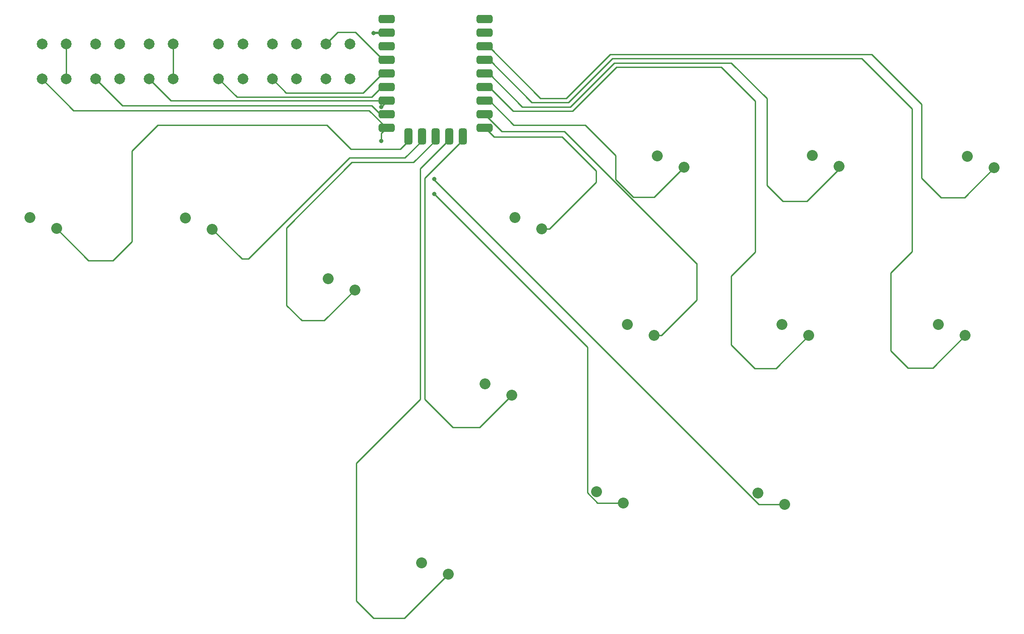
<source format=gtl>
%TF.GenerationSoftware,KiCad,Pcbnew,7.0.5*%
%TF.CreationDate,2023-08-12T18:11:27-04:00*%
%TF.ProjectId,Flatbox-rev5B,466c6174-626f-4782-9d72-657635422e6b,rev?*%
%TF.SameCoordinates,Original*%
%TF.FileFunction,Copper,L1,Top*%
%TF.FilePolarity,Positive*%
%FSLAX46Y46*%
G04 Gerber Fmt 4.6, Leading zero omitted, Abs format (unit mm)*
G04 Created by KiCad (PCBNEW 7.0.5) date 2023-08-12 18:11:27*
%MOMM*%
%LPD*%
G01*
G04 APERTURE LIST*
G04 Aperture macros list*
%AMRoundRect*
0 Rectangle with rounded corners*
0 $1 Rounding radius*
0 $2 $3 $4 $5 $6 $7 $8 $9 X,Y pos of 4 corners*
0 Add a 4 corners polygon primitive as box body*
4,1,4,$2,$3,$4,$5,$6,$7,$8,$9,$2,$3,0*
0 Add four circle primitives for the rounded corners*
1,1,$1+$1,$2,$3*
1,1,$1+$1,$4,$5*
1,1,$1+$1,$6,$7*
1,1,$1+$1,$8,$9*
0 Add four rect primitives between the rounded corners*
20,1,$1+$1,$2,$3,$4,$5,0*
20,1,$1+$1,$4,$5,$6,$7,0*
20,1,$1+$1,$6,$7,$8,$9,0*
20,1,$1+$1,$8,$9,$2,$3,0*%
G04 Aperture macros list end*
%TA.AperFunction,ComponentPad*%
%ADD10C,2.032000*%
%TD*%
%TA.AperFunction,ComponentPad*%
%ADD11C,2.000000*%
%TD*%
%TA.AperFunction,SMDPad,CuDef*%
%ADD12RoundRect,0.381000X1.119000X0.381000X-1.119000X0.381000X-1.119000X-0.381000X1.119000X-0.381000X0*%
%TD*%
%TA.AperFunction,SMDPad,CuDef*%
%ADD13RoundRect,0.381000X-0.381000X1.119000X-0.381000X-1.119000X0.381000X-1.119000X0.381000X1.119000X0*%
%TD*%
%TA.AperFunction,SMDPad,CuDef*%
%ADD14RoundRect,0.381000X0.381000X-1.119000X0.381000X1.119000X-0.381000X1.119000X-0.381000X-1.119000X0*%
%TD*%
%TA.AperFunction,ViaPad*%
%ADD15C,0.800000*%
%TD*%
%TA.AperFunction,Conductor*%
%ADD16C,0.381000*%
%TD*%
%TA.AperFunction,Conductor*%
%ADD17C,0.254000*%
%TD*%
G04 APERTURE END LIST*
D10*
X87320000Y-71070000D03*
X82320000Y-68970000D03*
X113920000Y-82420000D03*
X108920000Y-80320000D03*
X131420000Y-135520000D03*
X126420000Y-133420000D03*
X148860000Y-71010000D03*
X143860000Y-68910000D03*
X175420000Y-59480000D03*
X170420000Y-57380000D03*
X204390000Y-59360000D03*
X199390000Y-57260000D03*
X233360000Y-59600000D03*
X228360000Y-57500000D03*
X143250000Y-102050000D03*
X138250000Y-99950000D03*
X169860000Y-90940000D03*
X164860000Y-88840000D03*
X198710000Y-90940000D03*
X193710000Y-88840000D03*
X227920000Y-90940000D03*
X222920000Y-88840000D03*
X58225000Y-70950000D03*
X53225000Y-68850000D03*
D11*
X88500000Y-43000000D03*
X88500000Y-36500000D03*
X93000000Y-43000000D03*
X93000000Y-36500000D03*
X65500000Y-43000000D03*
X65500000Y-36500000D03*
X70000000Y-43000000D03*
X70000000Y-36500000D03*
X98500000Y-43000000D03*
X98500000Y-36500000D03*
X103000000Y-43000000D03*
X103000000Y-36500000D03*
D10*
X164084000Y-122232000D03*
X159084000Y-120132000D03*
X194218111Y-122486000D03*
X189218111Y-120386000D03*
D11*
X108500000Y-43000000D03*
X108500000Y-36500000D03*
X113000000Y-43000000D03*
X113000000Y-36500000D03*
D12*
X138160000Y-31840000D03*
X138160000Y-34380000D03*
X138160000Y-36920000D03*
X138160000Y-39460000D03*
X138160000Y-42000000D03*
X138160000Y-44540000D03*
X138160000Y-47080000D03*
X138160000Y-49620000D03*
X138160000Y-52160000D03*
D13*
X134080000Y-53700000D03*
X131540000Y-53700000D03*
X129000000Y-53700000D03*
X126460000Y-53700000D03*
D14*
X123920000Y-53700000D03*
D12*
X119840000Y-52160000D03*
X119840000Y-49620000D03*
X119840000Y-47080000D03*
X119840000Y-44540000D03*
X119840000Y-42000000D03*
X119840000Y-39460000D03*
X119840000Y-36920000D03*
X119840000Y-31840000D03*
X119840000Y-34380000D03*
D11*
X75500000Y-43000000D03*
X75500000Y-36500000D03*
X80000000Y-43000000D03*
X80000000Y-36500000D03*
X55500000Y-43000000D03*
X55500000Y-36500000D03*
X60000000Y-43000000D03*
X60000000Y-36500000D03*
D15*
X117400000Y-34400000D03*
X128778000Y-64516000D03*
X118872000Y-54610000D03*
X128778000Y-61722000D03*
X118872000Y-48258500D03*
D16*
X117420000Y-34380000D02*
X117400000Y-34400000D01*
X119840000Y-34380000D02*
X117420000Y-34380000D01*
D17*
X108700000Y-51600000D02*
X77150000Y-51600000D01*
X68750000Y-76900000D02*
X64175000Y-76900000D01*
X77150000Y-51600000D02*
X72300000Y-56450000D01*
X72300000Y-73350000D02*
X68750000Y-76900000D01*
X122400000Y-56100000D02*
X113200000Y-56100000D01*
X113200000Y-56100000D02*
X108700000Y-51600000D01*
X123920000Y-53700000D02*
X123920000Y-54580000D01*
X72300000Y-56450000D02*
X72300000Y-73350000D01*
X64175000Y-76900000D02*
X58225000Y-70950000D01*
X123920000Y-54580000D02*
X122400000Y-56100000D01*
X126460000Y-54540000D02*
X123300000Y-57700000D01*
X112950000Y-57700000D02*
X94050000Y-76600000D01*
X126460000Y-53700000D02*
X126460000Y-54540000D01*
X123300000Y-57700000D02*
X112950000Y-57700000D01*
X92850000Y-76600000D02*
X87320000Y-71070000D01*
X94050000Y-76600000D02*
X92850000Y-76600000D01*
X104000000Y-88150000D02*
X108190000Y-88150000D01*
X108190000Y-88150000D02*
X113920000Y-82420000D01*
X129000000Y-54500000D02*
X124900000Y-58600000D01*
X124900000Y-58600000D02*
X113350000Y-58600000D01*
X101150000Y-70800000D02*
X101150000Y-85300000D01*
X129000000Y-53700000D02*
X129000000Y-54500000D01*
X101150000Y-85300000D02*
X104000000Y-88150000D01*
X113350000Y-58600000D02*
X101150000Y-70800000D01*
X131540000Y-53700000D02*
X131540000Y-54360000D01*
X131540000Y-54360000D02*
X126145990Y-59754010D01*
X114200000Y-140500000D02*
X117450000Y-143750000D01*
X126145990Y-102804010D02*
X114200000Y-114750000D01*
X117450000Y-143750000D02*
X123190000Y-143750000D01*
X114200000Y-114750000D02*
X114200000Y-140500000D01*
X123190000Y-143750000D02*
X131420000Y-135520000D01*
X126145990Y-59754010D02*
X126145990Y-102804010D01*
X138160000Y-36920000D02*
X138920000Y-36920000D01*
X153375000Y-46600000D02*
X161575000Y-38400000D01*
X138920000Y-36920000D02*
X148600000Y-46600000D01*
X227810000Y-65150000D02*
X233360000Y-59600000D01*
X223400000Y-65150000D02*
X227810000Y-65150000D01*
X148600000Y-46600000D02*
X153375000Y-46600000D01*
X161575000Y-38400000D02*
X210450000Y-38400000D01*
X210450000Y-38400000D02*
X219800000Y-47750000D01*
X219800000Y-47750000D02*
X219800000Y-61550000D01*
X219800000Y-61550000D02*
X223400000Y-65150000D01*
X139000000Y-42000000D02*
X145200000Y-48200000D01*
X190900000Y-62850000D02*
X193900000Y-65850000D01*
X145200000Y-48200000D02*
X154200000Y-48200000D01*
X204390000Y-59810000D02*
X204390000Y-59360000D01*
X198350000Y-65850000D02*
X204390000Y-59810000D01*
X154200000Y-48200000D02*
X162400000Y-40000000D01*
X193900000Y-65850000D02*
X198350000Y-65850000D01*
X184250000Y-40000000D02*
X190900000Y-46650000D01*
X162400000Y-40000000D02*
X184250000Y-40000000D01*
X190900000Y-46650000D02*
X190900000Y-62850000D01*
X138160000Y-47080000D02*
X139080000Y-47080000D01*
X157000000Y-51600000D02*
X162650000Y-57250000D01*
X143600000Y-51600000D02*
X157000000Y-51600000D01*
X162650000Y-57250000D02*
X162650000Y-61750000D01*
X169850000Y-65050000D02*
X175420000Y-59480000D01*
X165950000Y-65050000D02*
X169850000Y-65050000D01*
X162650000Y-61750000D02*
X165950000Y-65050000D01*
X139080000Y-47080000D02*
X143600000Y-51600000D01*
X159004000Y-60198000D02*
X159004000Y-62302840D01*
X139954000Y-53848000D02*
X152654000Y-53848000D01*
X138266000Y-52160000D02*
X139954000Y-53848000D01*
X150296840Y-71010000D02*
X148860000Y-71010000D01*
X152654000Y-53848000D02*
X159004000Y-60198000D01*
X138160000Y-52160000D02*
X138266000Y-52160000D01*
X159004000Y-62302840D02*
X150296840Y-71010000D01*
X177727948Y-77470000D02*
X177800000Y-77470000D01*
X171196513Y-90940000D02*
X169860000Y-90940000D01*
X141372000Y-52832000D02*
X153089948Y-52832000D01*
X177800000Y-77470000D02*
X177800000Y-84336513D01*
X177800000Y-84336513D02*
X171196513Y-90940000D01*
X138160000Y-49620000D02*
X141372000Y-52832000D01*
X153089948Y-52832000D02*
X177727948Y-77470000D01*
X134080000Y-53700000D02*
X134080000Y-54420000D01*
X137250000Y-108050000D02*
X143250000Y-102050000D01*
X126950000Y-61550000D02*
X126950000Y-102800000D01*
X132200000Y-108050000D02*
X137250000Y-108050000D01*
X134080000Y-54420000D02*
X126950000Y-61550000D01*
X126950000Y-102800000D02*
X132200000Y-108050000D01*
X188700000Y-75350000D02*
X184250000Y-79800000D01*
X182350000Y-40800000D02*
X188700000Y-47150000D01*
X192600000Y-97050000D02*
X198710000Y-90940000D01*
X138160000Y-44540000D02*
X139040000Y-44540000D01*
X154600000Y-49000000D02*
X162800000Y-40800000D01*
X188700000Y-47150000D02*
X188700000Y-75350000D01*
X139040000Y-44540000D02*
X143500000Y-49000000D01*
X184250000Y-92700000D02*
X188600000Y-97050000D01*
X162800000Y-40800000D02*
X182350000Y-40800000D01*
X188600000Y-97050000D02*
X192600000Y-97050000D01*
X184250000Y-79800000D02*
X184250000Y-92700000D01*
X143500000Y-49000000D02*
X154600000Y-49000000D01*
X208600000Y-39200000D02*
X218000000Y-48600000D01*
X214000000Y-79250000D02*
X214000000Y-93750000D01*
X162000000Y-39200000D02*
X208600000Y-39200000D01*
X218000000Y-75250000D02*
X214000000Y-79250000D01*
X217250000Y-97000000D02*
X221860000Y-97000000D01*
X138160000Y-39460000D02*
X139060000Y-39460000D01*
X214000000Y-93750000D02*
X217250000Y-97000000D01*
X221860000Y-97000000D02*
X227920000Y-90940000D01*
X139060000Y-39460000D02*
X147000000Y-47400000D01*
X218000000Y-48600000D02*
X218000000Y-75250000D01*
X147000000Y-47400000D02*
X153800000Y-47400000D01*
X153800000Y-47400000D02*
X162000000Y-39200000D01*
X70500000Y-48000000D02*
X65500000Y-43000000D01*
X118720000Y-49620000D02*
X117100000Y-48000000D01*
X119840000Y-49620000D02*
X118720000Y-49620000D01*
X117100000Y-48000000D02*
X70500000Y-48000000D01*
X159284710Y-122232000D02*
X164084000Y-122232000D01*
X157356100Y-93094100D02*
X157356100Y-120303389D01*
X116575000Y-48895000D02*
X119840000Y-52160000D01*
X119840000Y-52160000D02*
X118872000Y-53128000D01*
X118872000Y-53128000D02*
X118872000Y-54610000D01*
X128778000Y-64516000D02*
X157356100Y-93094100D01*
X157356100Y-120303389D02*
X159284710Y-122232000D01*
X61395000Y-48895000D02*
X116575000Y-48895000D01*
X55500000Y-43000000D02*
X61395000Y-48895000D01*
X128778000Y-61722000D02*
X128778000Y-61845178D01*
X128778000Y-61845178D02*
X189418822Y-122486000D01*
X119840000Y-47080000D02*
X119840000Y-47290500D01*
X79580000Y-47080000D02*
X119840000Y-47080000D01*
X119840000Y-47290500D02*
X118872000Y-48258500D01*
X189418822Y-122486000D02*
X194218111Y-122486000D01*
X75500000Y-43000000D02*
X79580000Y-47080000D01*
X91900000Y-46400000D02*
X88500000Y-43000000D01*
X117050000Y-46400000D02*
X91900000Y-46400000D01*
X118910000Y-44540000D02*
X117050000Y-46400000D01*
X119840000Y-44540000D02*
X118910000Y-44540000D01*
X119840000Y-42000000D02*
X119100000Y-42000000D01*
X101100000Y-45600000D02*
X98500000Y-43000000D01*
X119100000Y-42000000D02*
X115500000Y-45600000D01*
X115500000Y-45600000D02*
X101100000Y-45600000D01*
X119160000Y-39460000D02*
X119840000Y-39460000D01*
X110700000Y-34300000D02*
X114000000Y-34300000D01*
X114000000Y-34300000D02*
X119160000Y-39460000D01*
X108500000Y-36500000D02*
X110700000Y-34300000D01*
X60000000Y-43000000D02*
X60000000Y-36500000D01*
X80000000Y-43000000D02*
X80000000Y-36500000D01*
M02*

</source>
